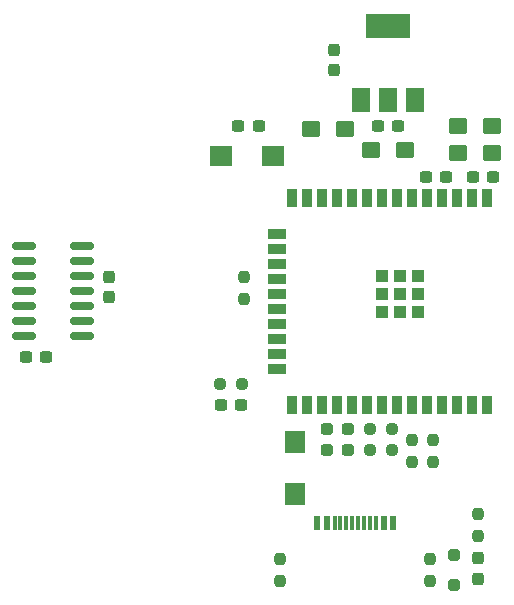
<source format=gtp>
G04 #@! TF.GenerationSoftware,KiCad,Pcbnew,7.0.10*
G04 #@! TF.CreationDate,2024-02-23T22:27:58+01:00*
G04 #@! TF.ProjectId,WLED_Controller,574c4544-5f43-46f6-9e74-726f6c6c6572,rev?*
G04 #@! TF.SameCoordinates,Original*
G04 #@! TF.FileFunction,Paste,Top*
G04 #@! TF.FilePolarity,Positive*
%FSLAX46Y46*%
G04 Gerber Fmt 4.6, Leading zero omitted, Abs format (unit mm)*
G04 Created by KiCad (PCBNEW 7.0.10) date 2024-02-23 22:27:58*
%MOMM*%
%LPD*%
G01*
G04 APERTURE LIST*
G04 Aperture macros list*
%AMRoundRect*
0 Rectangle with rounded corners*
0 $1 Rounding radius*
0 $2 $3 $4 $5 $6 $7 $8 $9 X,Y pos of 4 corners*
0 Add a 4 corners polygon primitive as box body*
4,1,4,$2,$3,$4,$5,$6,$7,$8,$9,$2,$3,0*
0 Add four circle primitives for the rounded corners*
1,1,$1+$1,$2,$3*
1,1,$1+$1,$4,$5*
1,1,$1+$1,$6,$7*
1,1,$1+$1,$8,$9*
0 Add four rect primitives between the rounded corners*
20,1,$1+$1,$2,$3,$4,$5,0*
20,1,$1+$1,$4,$5,$6,$7,0*
20,1,$1+$1,$6,$7,$8,$9,0*
20,1,$1+$1,$8,$9,$2,$3,0*%
G04 Aperture macros list end*
%ADD10RoundRect,0.237500X0.237500X-0.250000X0.237500X0.250000X-0.237500X0.250000X-0.237500X-0.250000X0*%
%ADD11RoundRect,0.237500X0.250000X0.237500X-0.250000X0.237500X-0.250000X-0.237500X0.250000X-0.237500X0*%
%ADD12R,0.900000X1.500000*%
%ADD13R,1.500000X0.900000*%
%ADD14R,1.050000X1.050000*%
%ADD15RoundRect,0.237500X-0.250000X-0.237500X0.250000X-0.237500X0.250000X0.237500X-0.250000X0.237500X0*%
%ADD16RoundRect,0.237500X-0.237500X0.300000X-0.237500X-0.300000X0.237500X-0.300000X0.237500X0.300000X0*%
%ADD17R,1.500000X2.000000*%
%ADD18R,3.800000X2.000000*%
%ADD19RoundRect,0.250000X-0.537500X-0.425000X0.537500X-0.425000X0.537500X0.425000X-0.537500X0.425000X0*%
%ADD20RoundRect,0.237500X-0.237500X0.250000X-0.237500X-0.250000X0.237500X-0.250000X0.237500X0.250000X0*%
%ADD21RoundRect,0.250000X-0.250000X0.250000X-0.250000X-0.250000X0.250000X-0.250000X0.250000X0.250000X0*%
%ADD22RoundRect,0.237500X-0.300000X-0.237500X0.300000X-0.237500X0.300000X0.237500X-0.300000X0.237500X0*%
%ADD23RoundRect,0.150000X0.825000X0.150000X-0.825000X0.150000X-0.825000X-0.150000X0.825000X-0.150000X0*%
%ADD24RoundRect,0.237500X0.287500X0.237500X-0.287500X0.237500X-0.287500X-0.237500X0.287500X-0.237500X0*%
%ADD25R,1.700000X1.925000*%
%ADD26RoundRect,0.237500X0.300000X0.237500X-0.300000X0.237500X-0.300000X-0.237500X0.300000X-0.237500X0*%
%ADD27RoundRect,0.237500X0.237500X-0.287500X0.237500X0.287500X-0.237500X0.287500X-0.237500X-0.287500X0*%
%ADD28R,0.600000X1.240000*%
%ADD29R,0.300000X1.240000*%
%ADD30RoundRect,0.250000X0.537500X0.425000X-0.537500X0.425000X-0.537500X-0.425000X0.537500X-0.425000X0*%
%ADD31R,1.925000X1.700000*%
G04 APERTURE END LIST*
D10*
X58166000Y11430000D03*
X58166000Y13255000D03*
D11*
X56435000Y12446000D03*
X54610000Y12446000D03*
D12*
X64489000Y33750000D03*
X63219000Y33750000D03*
X61949000Y33750000D03*
X60679000Y33750000D03*
X59409000Y33750000D03*
X58139000Y33750000D03*
X56869000Y33750000D03*
X55599000Y33750000D03*
X54329000Y33750000D03*
X53059000Y33750000D03*
X51789000Y33750000D03*
X50519000Y33750000D03*
X49249000Y33750000D03*
X47979000Y33750000D03*
D13*
X46729000Y30710000D03*
X46729000Y29440000D03*
X46729000Y28170000D03*
X46729000Y26900000D03*
X46729000Y25630000D03*
X46729000Y24360000D03*
X46729000Y23090000D03*
X46729000Y21820000D03*
X46729000Y20550000D03*
X46729000Y19280000D03*
D12*
X47979000Y16250000D03*
X49249000Y16250000D03*
X50519000Y16250000D03*
X51789000Y16250000D03*
X53059000Y16250000D03*
X54329000Y16250000D03*
X55599000Y16250000D03*
X56869000Y16250000D03*
X58139000Y16250000D03*
X59409000Y16250000D03*
X60679000Y16250000D03*
X61949000Y16250000D03*
X63219000Y16250000D03*
X64489000Y16250000D03*
D14*
X58674000Y27205000D03*
X57149000Y27205000D03*
X55624000Y27205000D03*
X58674000Y25680000D03*
X57149000Y25680000D03*
X55624000Y25680000D03*
X58674000Y24155000D03*
X57149000Y24155000D03*
X55624000Y24155000D03*
D15*
X41907000Y18040000D03*
X43732000Y18040000D03*
D16*
X32512000Y27125000D03*
X32512000Y25400000D03*
D11*
X56435000Y14224000D03*
X54610000Y14224000D03*
D17*
X53834000Y42062000D03*
X56134000Y42062000D03*
D18*
X56134000Y48362000D03*
D17*
X58434000Y42062000D03*
D19*
X49616500Y39624000D03*
X52491500Y39624000D03*
D16*
X51562000Y46328500D03*
X51562000Y44603500D03*
D20*
X43942000Y27074500D03*
X43942000Y25249500D03*
D19*
X62062500Y39878000D03*
X64937500Y39878000D03*
D21*
X61722000Y3536000D03*
X61722000Y1036000D03*
D20*
X46990000Y3198500D03*
X46990000Y1373500D03*
D22*
X25453000Y20320000D03*
X27178000Y20320000D03*
D23*
X30226000Y22098000D03*
X30226000Y23368000D03*
X30226000Y24638000D03*
X30226000Y25908000D03*
X30226000Y27178000D03*
X30226000Y28448000D03*
X30226000Y29718000D03*
X25276000Y29718000D03*
X25276000Y28448000D03*
X25276000Y27178000D03*
X25276000Y25908000D03*
X25276000Y24638000D03*
X25276000Y23368000D03*
X25276000Y22098000D03*
D24*
X52691000Y12446000D03*
X50941000Y12446000D03*
D25*
X48260000Y8709500D03*
X48260000Y13134500D03*
D26*
X45159000Y39878000D03*
X43434000Y39878000D03*
D20*
X59690000Y3198500D03*
X59690000Y1373500D03*
D27*
X63754000Y1524000D03*
X63754000Y3274000D03*
D24*
X52691000Y14224000D03*
X50941000Y14224000D03*
D22*
X41957000Y16262000D03*
X43682000Y16262000D03*
D26*
X56996500Y39878000D03*
X55271500Y39878000D03*
D28*
X50140000Y6265000D03*
X50940000Y6265000D03*
D29*
X52090000Y6265000D03*
X53090000Y6265000D03*
X53590000Y6265000D03*
X54590000Y6265000D03*
D28*
X55740000Y6265000D03*
X56540000Y6265000D03*
X56540000Y6265000D03*
X55740000Y6265000D03*
D29*
X55090000Y6265000D03*
X54090000Y6265000D03*
X52590000Y6265000D03*
X51590000Y6265000D03*
D28*
X50940000Y6265000D03*
X50140000Y6265000D03*
D30*
X57571500Y37846000D03*
X54696500Y37846000D03*
D10*
X59944000Y11430000D03*
X59944000Y13255000D03*
D19*
X62062500Y37592000D03*
X64937500Y37592000D03*
D20*
X63754000Y7008500D03*
X63754000Y5183500D03*
D22*
X63299000Y35560000D03*
X65024000Y35560000D03*
D31*
X41983500Y37338000D03*
X46408500Y37338000D03*
D22*
X59335500Y35560000D03*
X61060500Y35560000D03*
M02*

</source>
